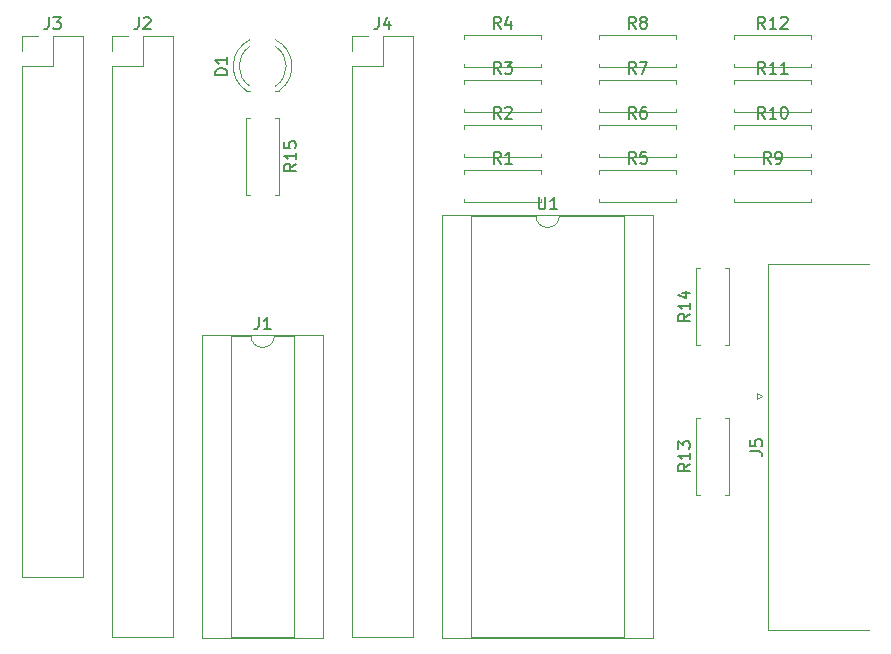
<source format=gbr>
G04 #@! TF.GenerationSoftware,KiCad,Pcbnew,5.0.2-1.fc29*
G04 #@! TF.CreationDate,2019-02-04T20:54:41+00:00*
G04 #@! TF.ProjectId,daughter,64617567-6874-4657-922e-6b696361645f,rev?*
G04 #@! TF.SameCoordinates,Original*
G04 #@! TF.FileFunction,Legend,Top*
G04 #@! TF.FilePolarity,Positive*
%FSLAX46Y46*%
G04 Gerber Fmt 4.6, Leading zero omitted, Abs format (unit mm)*
G04 Created by KiCad (PCBNEW 5.0.2-1.fc29) date Mon 04 Feb 2019 20:54:41 GMT*
%MOMM*%
%LPD*%
G01*
G04 APERTURE LIST*
%ADD10C,0.120000*%
%ADD11C,0.150000*%
G04 APERTURE END LIST*
D10*
G04 #@! TO.C,R14*
X132310000Y-120110000D02*
X131980000Y-120110000D01*
X131980000Y-120110000D02*
X131980000Y-113570000D01*
X131980000Y-113570000D02*
X132310000Y-113570000D01*
X134390000Y-120110000D02*
X134720000Y-120110000D01*
X134720000Y-120110000D02*
X134720000Y-113570000D01*
X134720000Y-113570000D02*
X134390000Y-113570000D01*
G04 #@! TO.C,R11*
X141700000Y-100430000D02*
X141700000Y-100100000D01*
X135160000Y-100430000D02*
X141700000Y-100430000D01*
X135160000Y-100100000D02*
X135160000Y-100430000D01*
X141700000Y-97690000D02*
X141700000Y-98020000D01*
X135160000Y-97690000D02*
X141700000Y-97690000D01*
X135160000Y-98020000D02*
X135160000Y-97690000D01*
G04 #@! TO.C,R5*
X123730000Y-105640000D02*
X123730000Y-105310000D01*
X123730000Y-105310000D02*
X130270000Y-105310000D01*
X130270000Y-105310000D02*
X130270000Y-105640000D01*
X123730000Y-107720000D02*
X123730000Y-108050000D01*
X123730000Y-108050000D02*
X130270000Y-108050000D01*
X130270000Y-108050000D02*
X130270000Y-107720000D01*
G04 #@! TO.C,R3*
X112300000Y-98020000D02*
X112300000Y-97690000D01*
X112300000Y-97690000D02*
X118840000Y-97690000D01*
X118840000Y-97690000D02*
X118840000Y-98020000D01*
X112300000Y-100100000D02*
X112300000Y-100430000D01*
X112300000Y-100430000D02*
X118840000Y-100430000D01*
X118840000Y-100430000D02*
X118840000Y-100100000D01*
G04 #@! TO.C,R4*
X118840000Y-96620000D02*
X118840000Y-96290000D01*
X112300000Y-96620000D02*
X118840000Y-96620000D01*
X112300000Y-96290000D02*
X112300000Y-96620000D01*
X118840000Y-93880000D02*
X118840000Y-94210000D01*
X112300000Y-93880000D02*
X118840000Y-93880000D01*
X112300000Y-94210000D02*
X112300000Y-93880000D01*
G04 #@! TO.C,U1*
X120380000Y-109160000D02*
G75*
G02X118380000Y-109160000I-1000000J0D01*
G01*
X118380000Y-109160000D02*
X112920000Y-109160000D01*
X112920000Y-109160000D02*
X112920000Y-144840000D01*
X112920000Y-144840000D02*
X125840000Y-144840000D01*
X125840000Y-144840000D02*
X125840000Y-109160000D01*
X125840000Y-109160000D02*
X120380000Y-109160000D01*
X110430000Y-109100000D02*
X110430000Y-144900000D01*
X110430000Y-144900000D02*
X128330000Y-144900000D01*
X128330000Y-144900000D02*
X128330000Y-109100000D01*
X128330000Y-109100000D02*
X110430000Y-109100000D01*
G04 #@! TO.C,R6*
X130270000Y-104240000D02*
X130270000Y-103910000D01*
X123730000Y-104240000D02*
X130270000Y-104240000D01*
X123730000Y-103910000D02*
X123730000Y-104240000D01*
X130270000Y-101500000D02*
X130270000Y-101830000D01*
X123730000Y-101500000D02*
X130270000Y-101500000D01*
X123730000Y-101830000D02*
X123730000Y-101500000D01*
G04 #@! TO.C,R10*
X135160000Y-101830000D02*
X135160000Y-101500000D01*
X135160000Y-101500000D02*
X141700000Y-101500000D01*
X141700000Y-101500000D02*
X141700000Y-101830000D01*
X135160000Y-103910000D02*
X135160000Y-104240000D01*
X135160000Y-104240000D02*
X141700000Y-104240000D01*
X141700000Y-104240000D02*
X141700000Y-103910000D01*
G04 #@! TO.C,J1*
X96250000Y-119320000D02*
G75*
G02X94250000Y-119320000I-1000000J0D01*
G01*
X94250000Y-119320000D02*
X92600000Y-119320000D01*
X92600000Y-119320000D02*
X92600000Y-144840000D01*
X92600000Y-144840000D02*
X97900000Y-144840000D01*
X97900000Y-144840000D02*
X97900000Y-119320000D01*
X97900000Y-119320000D02*
X96250000Y-119320000D01*
X90110000Y-119260000D02*
X90110000Y-144900000D01*
X90110000Y-144900000D02*
X100390000Y-144900000D01*
X100390000Y-144900000D02*
X100390000Y-119260000D01*
X100390000Y-119260000D02*
X90110000Y-119260000D01*
G04 #@! TO.C,J4*
X102810000Y-144840000D02*
X108010000Y-144840000D01*
X102810000Y-96520000D02*
X102810000Y-144840000D01*
X108010000Y-93920000D02*
X108010000Y-144840000D01*
X102810000Y-96520000D02*
X105410000Y-96520000D01*
X105410000Y-96520000D02*
X105410000Y-93920000D01*
X105410000Y-93920000D02*
X108010000Y-93920000D01*
X102810000Y-95250000D02*
X102810000Y-93920000D01*
X102810000Y-93920000D02*
X104140000Y-93920000D01*
G04 #@! TO.C,R9*
X141700000Y-108050000D02*
X141700000Y-107720000D01*
X135160000Y-108050000D02*
X141700000Y-108050000D01*
X135160000Y-107720000D02*
X135160000Y-108050000D01*
X141700000Y-105310000D02*
X141700000Y-105640000D01*
X135160000Y-105310000D02*
X141700000Y-105310000D01*
X135160000Y-105640000D02*
X135160000Y-105310000D01*
G04 #@! TO.C,R13*
X134720000Y-126270000D02*
X134390000Y-126270000D01*
X134720000Y-132810000D02*
X134720000Y-126270000D01*
X134390000Y-132810000D02*
X134720000Y-132810000D01*
X131980000Y-126270000D02*
X132310000Y-126270000D01*
X131980000Y-132810000D02*
X131980000Y-126270000D01*
X132310000Y-132810000D02*
X131980000Y-132810000D01*
G04 #@! TO.C,J2*
X82490000Y-93920000D02*
X83820000Y-93920000D01*
X82490000Y-95250000D02*
X82490000Y-93920000D01*
X85090000Y-93920000D02*
X87690000Y-93920000D01*
X85090000Y-96520000D02*
X85090000Y-93920000D01*
X82490000Y-96520000D02*
X85090000Y-96520000D01*
X87690000Y-93920000D02*
X87690000Y-144840000D01*
X82490000Y-96520000D02*
X82490000Y-144840000D01*
X82490000Y-144840000D02*
X87690000Y-144840000D01*
G04 #@! TO.C,R12*
X135160000Y-94210000D02*
X135160000Y-93880000D01*
X135160000Y-93880000D02*
X141700000Y-93880000D01*
X141700000Y-93880000D02*
X141700000Y-94210000D01*
X135160000Y-96290000D02*
X135160000Y-96620000D01*
X135160000Y-96620000D02*
X141700000Y-96620000D01*
X141700000Y-96620000D02*
X141700000Y-96290000D01*
G04 #@! TO.C,J5*
X146630000Y-144260000D02*
X138030000Y-144260000D01*
X138030000Y-144260000D02*
X138030000Y-113290000D01*
X138030000Y-113290000D02*
X146630000Y-113290000D01*
X137135662Y-124710000D02*
X137135662Y-124210000D01*
X137135662Y-124210000D02*
X137568675Y-124460000D01*
X137568675Y-124460000D02*
X137135662Y-124710000D01*
G04 #@! TO.C,R8*
X130270000Y-96620000D02*
X130270000Y-96290000D01*
X123730000Y-96620000D02*
X130270000Y-96620000D01*
X123730000Y-96290000D02*
X123730000Y-96620000D01*
X130270000Y-93880000D02*
X130270000Y-94210000D01*
X123730000Y-93880000D02*
X130270000Y-93880000D01*
X123730000Y-94210000D02*
X123730000Y-93880000D01*
G04 #@! TO.C,R7*
X123730000Y-98020000D02*
X123730000Y-97690000D01*
X123730000Y-97690000D02*
X130270000Y-97690000D01*
X130270000Y-97690000D02*
X130270000Y-98020000D01*
X123730000Y-100100000D02*
X123730000Y-100430000D01*
X123730000Y-100430000D02*
X130270000Y-100430000D01*
X130270000Y-100430000D02*
X130270000Y-100100000D01*
G04 #@! TO.C,R2*
X118840000Y-104240000D02*
X118840000Y-103910000D01*
X112300000Y-104240000D02*
X118840000Y-104240000D01*
X112300000Y-103910000D02*
X112300000Y-104240000D01*
X118840000Y-101500000D02*
X118840000Y-101830000D01*
X112300000Y-101500000D02*
X118840000Y-101500000D01*
X112300000Y-101830000D02*
X112300000Y-101500000D01*
G04 #@! TO.C,R1*
X112300000Y-105640000D02*
X112300000Y-105310000D01*
X112300000Y-105310000D02*
X118840000Y-105310000D01*
X118840000Y-105310000D02*
X118840000Y-105640000D01*
X112300000Y-107720000D02*
X112300000Y-108050000D01*
X112300000Y-108050000D02*
X118840000Y-108050000D01*
X118840000Y-108050000D02*
X118840000Y-107720000D01*
G04 #@! TO.C,J3*
X74870000Y-93920000D02*
X76200000Y-93920000D01*
X74870000Y-95250000D02*
X74870000Y-93920000D01*
X77470000Y-93920000D02*
X80070000Y-93920000D01*
X77470000Y-96520000D02*
X77470000Y-93920000D01*
X74870000Y-96520000D02*
X77470000Y-96520000D01*
X80070000Y-93920000D02*
X80070000Y-139760000D01*
X74870000Y-96520000D02*
X74870000Y-139760000D01*
X74870000Y-139760000D02*
X80070000Y-139760000D01*
G04 #@! TO.C,D1*
X94169276Y-94276758D02*
G75*
G03X93851251Y-98580000I1080724J-2243242D01*
G01*
X96330724Y-94276758D02*
G75*
G02X96648749Y-98580000I-1080724J-2243242D01*
G01*
X94169039Y-94837287D02*
G75*
G03X94170000Y-98203330I1080961J-1682713D01*
G01*
X96330961Y-94837287D02*
G75*
G02X96330000Y-98203330I-1080961J-1682713D01*
G01*
X93851000Y-98580000D02*
X94170000Y-98580000D01*
X96330000Y-98580000D02*
X96649000Y-98580000D01*
G04 #@! TO.C,R15*
X96290000Y-100870000D02*
X96620000Y-100870000D01*
X96620000Y-100870000D02*
X96620000Y-107410000D01*
X96620000Y-107410000D02*
X96290000Y-107410000D01*
X94210000Y-100870000D02*
X93880000Y-100870000D01*
X93880000Y-100870000D02*
X93880000Y-107410000D01*
X93880000Y-107410000D02*
X94210000Y-107410000D01*
G04 #@! TO.C,R14*
D11*
X131432380Y-117482857D02*
X130956190Y-117816190D01*
X131432380Y-118054285D02*
X130432380Y-118054285D01*
X130432380Y-117673333D01*
X130480000Y-117578095D01*
X130527619Y-117530476D01*
X130622857Y-117482857D01*
X130765714Y-117482857D01*
X130860952Y-117530476D01*
X130908571Y-117578095D01*
X130956190Y-117673333D01*
X130956190Y-118054285D01*
X131432380Y-116530476D02*
X131432380Y-117101904D01*
X131432380Y-116816190D02*
X130432380Y-116816190D01*
X130575238Y-116911428D01*
X130670476Y-117006666D01*
X130718095Y-117101904D01*
X130765714Y-115673333D02*
X131432380Y-115673333D01*
X130384761Y-115911428D02*
X131099047Y-116149523D01*
X131099047Y-115530476D01*
G04 #@! TO.C,R11*
X137787142Y-97142380D02*
X137453809Y-96666190D01*
X137215714Y-97142380D02*
X137215714Y-96142380D01*
X137596666Y-96142380D01*
X137691904Y-96190000D01*
X137739523Y-96237619D01*
X137787142Y-96332857D01*
X137787142Y-96475714D01*
X137739523Y-96570952D01*
X137691904Y-96618571D01*
X137596666Y-96666190D01*
X137215714Y-96666190D01*
X138739523Y-97142380D02*
X138168095Y-97142380D01*
X138453809Y-97142380D02*
X138453809Y-96142380D01*
X138358571Y-96285238D01*
X138263333Y-96380476D01*
X138168095Y-96428095D01*
X139691904Y-97142380D02*
X139120476Y-97142380D01*
X139406190Y-97142380D02*
X139406190Y-96142380D01*
X139310952Y-96285238D01*
X139215714Y-96380476D01*
X139120476Y-96428095D01*
G04 #@! TO.C,R5*
X126833333Y-104762380D02*
X126500000Y-104286190D01*
X126261904Y-104762380D02*
X126261904Y-103762380D01*
X126642857Y-103762380D01*
X126738095Y-103810000D01*
X126785714Y-103857619D01*
X126833333Y-103952857D01*
X126833333Y-104095714D01*
X126785714Y-104190952D01*
X126738095Y-104238571D01*
X126642857Y-104286190D01*
X126261904Y-104286190D01*
X127738095Y-103762380D02*
X127261904Y-103762380D01*
X127214285Y-104238571D01*
X127261904Y-104190952D01*
X127357142Y-104143333D01*
X127595238Y-104143333D01*
X127690476Y-104190952D01*
X127738095Y-104238571D01*
X127785714Y-104333809D01*
X127785714Y-104571904D01*
X127738095Y-104667142D01*
X127690476Y-104714761D01*
X127595238Y-104762380D01*
X127357142Y-104762380D01*
X127261904Y-104714761D01*
X127214285Y-104667142D01*
G04 #@! TO.C,R3*
X115403333Y-97142380D02*
X115070000Y-96666190D01*
X114831904Y-97142380D02*
X114831904Y-96142380D01*
X115212857Y-96142380D01*
X115308095Y-96190000D01*
X115355714Y-96237619D01*
X115403333Y-96332857D01*
X115403333Y-96475714D01*
X115355714Y-96570952D01*
X115308095Y-96618571D01*
X115212857Y-96666190D01*
X114831904Y-96666190D01*
X115736666Y-96142380D02*
X116355714Y-96142380D01*
X116022380Y-96523333D01*
X116165238Y-96523333D01*
X116260476Y-96570952D01*
X116308095Y-96618571D01*
X116355714Y-96713809D01*
X116355714Y-96951904D01*
X116308095Y-97047142D01*
X116260476Y-97094761D01*
X116165238Y-97142380D01*
X115879523Y-97142380D01*
X115784285Y-97094761D01*
X115736666Y-97047142D01*
G04 #@! TO.C,R4*
X115403333Y-93332380D02*
X115070000Y-92856190D01*
X114831904Y-93332380D02*
X114831904Y-92332380D01*
X115212857Y-92332380D01*
X115308095Y-92380000D01*
X115355714Y-92427619D01*
X115403333Y-92522857D01*
X115403333Y-92665714D01*
X115355714Y-92760952D01*
X115308095Y-92808571D01*
X115212857Y-92856190D01*
X114831904Y-92856190D01*
X116260476Y-92665714D02*
X116260476Y-93332380D01*
X116022380Y-92284761D02*
X115784285Y-92999047D01*
X116403333Y-92999047D01*
G04 #@! TO.C,U1*
X118618095Y-107612380D02*
X118618095Y-108421904D01*
X118665714Y-108517142D01*
X118713333Y-108564761D01*
X118808571Y-108612380D01*
X118999047Y-108612380D01*
X119094285Y-108564761D01*
X119141904Y-108517142D01*
X119189523Y-108421904D01*
X119189523Y-107612380D01*
X120189523Y-108612380D02*
X119618095Y-108612380D01*
X119903809Y-108612380D02*
X119903809Y-107612380D01*
X119808571Y-107755238D01*
X119713333Y-107850476D01*
X119618095Y-107898095D01*
G04 #@! TO.C,R6*
X126833333Y-100952380D02*
X126500000Y-100476190D01*
X126261904Y-100952380D02*
X126261904Y-99952380D01*
X126642857Y-99952380D01*
X126738095Y-100000000D01*
X126785714Y-100047619D01*
X126833333Y-100142857D01*
X126833333Y-100285714D01*
X126785714Y-100380952D01*
X126738095Y-100428571D01*
X126642857Y-100476190D01*
X126261904Y-100476190D01*
X127690476Y-99952380D02*
X127500000Y-99952380D01*
X127404761Y-100000000D01*
X127357142Y-100047619D01*
X127261904Y-100190476D01*
X127214285Y-100380952D01*
X127214285Y-100761904D01*
X127261904Y-100857142D01*
X127309523Y-100904761D01*
X127404761Y-100952380D01*
X127595238Y-100952380D01*
X127690476Y-100904761D01*
X127738095Y-100857142D01*
X127785714Y-100761904D01*
X127785714Y-100523809D01*
X127738095Y-100428571D01*
X127690476Y-100380952D01*
X127595238Y-100333333D01*
X127404761Y-100333333D01*
X127309523Y-100380952D01*
X127261904Y-100428571D01*
X127214285Y-100523809D01*
G04 #@! TO.C,R10*
X137787142Y-100952380D02*
X137453809Y-100476190D01*
X137215714Y-100952380D02*
X137215714Y-99952380D01*
X137596666Y-99952380D01*
X137691904Y-100000000D01*
X137739523Y-100047619D01*
X137787142Y-100142857D01*
X137787142Y-100285714D01*
X137739523Y-100380952D01*
X137691904Y-100428571D01*
X137596666Y-100476190D01*
X137215714Y-100476190D01*
X138739523Y-100952380D02*
X138168095Y-100952380D01*
X138453809Y-100952380D02*
X138453809Y-99952380D01*
X138358571Y-100095238D01*
X138263333Y-100190476D01*
X138168095Y-100238095D01*
X139358571Y-99952380D02*
X139453809Y-99952380D01*
X139549047Y-100000000D01*
X139596666Y-100047619D01*
X139644285Y-100142857D01*
X139691904Y-100333333D01*
X139691904Y-100571428D01*
X139644285Y-100761904D01*
X139596666Y-100857142D01*
X139549047Y-100904761D01*
X139453809Y-100952380D01*
X139358571Y-100952380D01*
X139263333Y-100904761D01*
X139215714Y-100857142D01*
X139168095Y-100761904D01*
X139120476Y-100571428D01*
X139120476Y-100333333D01*
X139168095Y-100142857D01*
X139215714Y-100047619D01*
X139263333Y-100000000D01*
X139358571Y-99952380D01*
G04 #@! TO.C,J1*
X94916666Y-117772380D02*
X94916666Y-118486666D01*
X94869047Y-118629523D01*
X94773809Y-118724761D01*
X94630952Y-118772380D01*
X94535714Y-118772380D01*
X95916666Y-118772380D02*
X95345238Y-118772380D01*
X95630952Y-118772380D02*
X95630952Y-117772380D01*
X95535714Y-117915238D01*
X95440476Y-118010476D01*
X95345238Y-118058095D01*
G04 #@! TO.C,J4*
X105076666Y-92372380D02*
X105076666Y-93086666D01*
X105029047Y-93229523D01*
X104933809Y-93324761D01*
X104790952Y-93372380D01*
X104695714Y-93372380D01*
X105981428Y-92705714D02*
X105981428Y-93372380D01*
X105743333Y-92324761D02*
X105505238Y-93039047D01*
X106124285Y-93039047D01*
G04 #@! TO.C,R9*
X138263333Y-104762380D02*
X137930000Y-104286190D01*
X137691904Y-104762380D02*
X137691904Y-103762380D01*
X138072857Y-103762380D01*
X138168095Y-103810000D01*
X138215714Y-103857619D01*
X138263333Y-103952857D01*
X138263333Y-104095714D01*
X138215714Y-104190952D01*
X138168095Y-104238571D01*
X138072857Y-104286190D01*
X137691904Y-104286190D01*
X138739523Y-104762380D02*
X138930000Y-104762380D01*
X139025238Y-104714761D01*
X139072857Y-104667142D01*
X139168095Y-104524285D01*
X139215714Y-104333809D01*
X139215714Y-103952857D01*
X139168095Y-103857619D01*
X139120476Y-103810000D01*
X139025238Y-103762380D01*
X138834761Y-103762380D01*
X138739523Y-103810000D01*
X138691904Y-103857619D01*
X138644285Y-103952857D01*
X138644285Y-104190952D01*
X138691904Y-104286190D01*
X138739523Y-104333809D01*
X138834761Y-104381428D01*
X139025238Y-104381428D01*
X139120476Y-104333809D01*
X139168095Y-104286190D01*
X139215714Y-104190952D01*
G04 #@! TO.C,R13*
X131432380Y-130182857D02*
X130956190Y-130516190D01*
X131432380Y-130754285D02*
X130432380Y-130754285D01*
X130432380Y-130373333D01*
X130480000Y-130278095D01*
X130527619Y-130230476D01*
X130622857Y-130182857D01*
X130765714Y-130182857D01*
X130860952Y-130230476D01*
X130908571Y-130278095D01*
X130956190Y-130373333D01*
X130956190Y-130754285D01*
X131432380Y-129230476D02*
X131432380Y-129801904D01*
X131432380Y-129516190D02*
X130432380Y-129516190D01*
X130575238Y-129611428D01*
X130670476Y-129706666D01*
X130718095Y-129801904D01*
X130432380Y-128897142D02*
X130432380Y-128278095D01*
X130813333Y-128611428D01*
X130813333Y-128468571D01*
X130860952Y-128373333D01*
X130908571Y-128325714D01*
X131003809Y-128278095D01*
X131241904Y-128278095D01*
X131337142Y-128325714D01*
X131384761Y-128373333D01*
X131432380Y-128468571D01*
X131432380Y-128754285D01*
X131384761Y-128849523D01*
X131337142Y-128897142D01*
G04 #@! TO.C,J2*
X84756666Y-92372380D02*
X84756666Y-93086666D01*
X84709047Y-93229523D01*
X84613809Y-93324761D01*
X84470952Y-93372380D01*
X84375714Y-93372380D01*
X85185238Y-92467619D02*
X85232857Y-92420000D01*
X85328095Y-92372380D01*
X85566190Y-92372380D01*
X85661428Y-92420000D01*
X85709047Y-92467619D01*
X85756666Y-92562857D01*
X85756666Y-92658095D01*
X85709047Y-92800952D01*
X85137619Y-93372380D01*
X85756666Y-93372380D01*
G04 #@! TO.C,R12*
X137787142Y-93332380D02*
X137453809Y-92856190D01*
X137215714Y-93332380D02*
X137215714Y-92332380D01*
X137596666Y-92332380D01*
X137691904Y-92380000D01*
X137739523Y-92427619D01*
X137787142Y-92522857D01*
X137787142Y-92665714D01*
X137739523Y-92760952D01*
X137691904Y-92808571D01*
X137596666Y-92856190D01*
X137215714Y-92856190D01*
X138739523Y-93332380D02*
X138168095Y-93332380D01*
X138453809Y-93332380D02*
X138453809Y-92332380D01*
X138358571Y-92475238D01*
X138263333Y-92570476D01*
X138168095Y-92618095D01*
X139120476Y-92427619D02*
X139168095Y-92380000D01*
X139263333Y-92332380D01*
X139501428Y-92332380D01*
X139596666Y-92380000D01*
X139644285Y-92427619D01*
X139691904Y-92522857D01*
X139691904Y-92618095D01*
X139644285Y-92760952D01*
X139072857Y-93332380D01*
X139691904Y-93332380D01*
G04 #@! TO.C,J5*
X136542380Y-129108333D02*
X137256666Y-129108333D01*
X137399523Y-129155952D01*
X137494761Y-129251190D01*
X137542380Y-129394047D01*
X137542380Y-129489285D01*
X136542380Y-128155952D02*
X136542380Y-128632142D01*
X137018571Y-128679761D01*
X136970952Y-128632142D01*
X136923333Y-128536904D01*
X136923333Y-128298809D01*
X136970952Y-128203571D01*
X137018571Y-128155952D01*
X137113809Y-128108333D01*
X137351904Y-128108333D01*
X137447142Y-128155952D01*
X137494761Y-128203571D01*
X137542380Y-128298809D01*
X137542380Y-128536904D01*
X137494761Y-128632142D01*
X137447142Y-128679761D01*
G04 #@! TO.C,R8*
X126833333Y-93332380D02*
X126500000Y-92856190D01*
X126261904Y-93332380D02*
X126261904Y-92332380D01*
X126642857Y-92332380D01*
X126738095Y-92380000D01*
X126785714Y-92427619D01*
X126833333Y-92522857D01*
X126833333Y-92665714D01*
X126785714Y-92760952D01*
X126738095Y-92808571D01*
X126642857Y-92856190D01*
X126261904Y-92856190D01*
X127404761Y-92760952D02*
X127309523Y-92713333D01*
X127261904Y-92665714D01*
X127214285Y-92570476D01*
X127214285Y-92522857D01*
X127261904Y-92427619D01*
X127309523Y-92380000D01*
X127404761Y-92332380D01*
X127595238Y-92332380D01*
X127690476Y-92380000D01*
X127738095Y-92427619D01*
X127785714Y-92522857D01*
X127785714Y-92570476D01*
X127738095Y-92665714D01*
X127690476Y-92713333D01*
X127595238Y-92760952D01*
X127404761Y-92760952D01*
X127309523Y-92808571D01*
X127261904Y-92856190D01*
X127214285Y-92951428D01*
X127214285Y-93141904D01*
X127261904Y-93237142D01*
X127309523Y-93284761D01*
X127404761Y-93332380D01*
X127595238Y-93332380D01*
X127690476Y-93284761D01*
X127738095Y-93237142D01*
X127785714Y-93141904D01*
X127785714Y-92951428D01*
X127738095Y-92856190D01*
X127690476Y-92808571D01*
X127595238Y-92760952D01*
G04 #@! TO.C,R7*
X126833333Y-97142380D02*
X126500000Y-96666190D01*
X126261904Y-97142380D02*
X126261904Y-96142380D01*
X126642857Y-96142380D01*
X126738095Y-96190000D01*
X126785714Y-96237619D01*
X126833333Y-96332857D01*
X126833333Y-96475714D01*
X126785714Y-96570952D01*
X126738095Y-96618571D01*
X126642857Y-96666190D01*
X126261904Y-96666190D01*
X127166666Y-96142380D02*
X127833333Y-96142380D01*
X127404761Y-97142380D01*
G04 #@! TO.C,R2*
X115403333Y-100952380D02*
X115070000Y-100476190D01*
X114831904Y-100952380D02*
X114831904Y-99952380D01*
X115212857Y-99952380D01*
X115308095Y-100000000D01*
X115355714Y-100047619D01*
X115403333Y-100142857D01*
X115403333Y-100285714D01*
X115355714Y-100380952D01*
X115308095Y-100428571D01*
X115212857Y-100476190D01*
X114831904Y-100476190D01*
X115784285Y-100047619D02*
X115831904Y-100000000D01*
X115927142Y-99952380D01*
X116165238Y-99952380D01*
X116260476Y-100000000D01*
X116308095Y-100047619D01*
X116355714Y-100142857D01*
X116355714Y-100238095D01*
X116308095Y-100380952D01*
X115736666Y-100952380D01*
X116355714Y-100952380D01*
G04 #@! TO.C,R1*
X115403333Y-104762380D02*
X115070000Y-104286190D01*
X114831904Y-104762380D02*
X114831904Y-103762380D01*
X115212857Y-103762380D01*
X115308095Y-103810000D01*
X115355714Y-103857619D01*
X115403333Y-103952857D01*
X115403333Y-104095714D01*
X115355714Y-104190952D01*
X115308095Y-104238571D01*
X115212857Y-104286190D01*
X114831904Y-104286190D01*
X116355714Y-104762380D02*
X115784285Y-104762380D01*
X116070000Y-104762380D02*
X116070000Y-103762380D01*
X115974761Y-103905238D01*
X115879523Y-104000476D01*
X115784285Y-104048095D01*
G04 #@! TO.C,J3*
X77136666Y-92372380D02*
X77136666Y-93086666D01*
X77089047Y-93229523D01*
X76993809Y-93324761D01*
X76850952Y-93372380D01*
X76755714Y-93372380D01*
X77517619Y-92372380D02*
X78136666Y-92372380D01*
X77803333Y-92753333D01*
X77946190Y-92753333D01*
X78041428Y-92800952D01*
X78089047Y-92848571D01*
X78136666Y-92943809D01*
X78136666Y-93181904D01*
X78089047Y-93277142D01*
X78041428Y-93324761D01*
X77946190Y-93372380D01*
X77660476Y-93372380D01*
X77565238Y-93324761D01*
X77517619Y-93277142D01*
G04 #@! TO.C,D1*
X92242380Y-97258095D02*
X91242380Y-97258095D01*
X91242380Y-97020000D01*
X91290000Y-96877142D01*
X91385238Y-96781904D01*
X91480476Y-96734285D01*
X91670952Y-96686666D01*
X91813809Y-96686666D01*
X92004285Y-96734285D01*
X92099523Y-96781904D01*
X92194761Y-96877142D01*
X92242380Y-97020000D01*
X92242380Y-97258095D01*
X92242380Y-95734285D02*
X92242380Y-96305714D01*
X92242380Y-96020000D02*
X91242380Y-96020000D01*
X91385238Y-96115238D01*
X91480476Y-96210476D01*
X91528095Y-96305714D01*
G04 #@! TO.C,R15*
X98072380Y-104782857D02*
X97596190Y-105116190D01*
X98072380Y-105354285D02*
X97072380Y-105354285D01*
X97072380Y-104973333D01*
X97120000Y-104878095D01*
X97167619Y-104830476D01*
X97262857Y-104782857D01*
X97405714Y-104782857D01*
X97500952Y-104830476D01*
X97548571Y-104878095D01*
X97596190Y-104973333D01*
X97596190Y-105354285D01*
X98072380Y-103830476D02*
X98072380Y-104401904D01*
X98072380Y-104116190D02*
X97072380Y-104116190D01*
X97215238Y-104211428D01*
X97310476Y-104306666D01*
X97358095Y-104401904D01*
X97072380Y-102925714D02*
X97072380Y-103401904D01*
X97548571Y-103449523D01*
X97500952Y-103401904D01*
X97453333Y-103306666D01*
X97453333Y-103068571D01*
X97500952Y-102973333D01*
X97548571Y-102925714D01*
X97643809Y-102878095D01*
X97881904Y-102878095D01*
X97977142Y-102925714D01*
X98024761Y-102973333D01*
X98072380Y-103068571D01*
X98072380Y-103306666D01*
X98024761Y-103401904D01*
X97977142Y-103449523D01*
G04 #@! TD*
M02*

</source>
